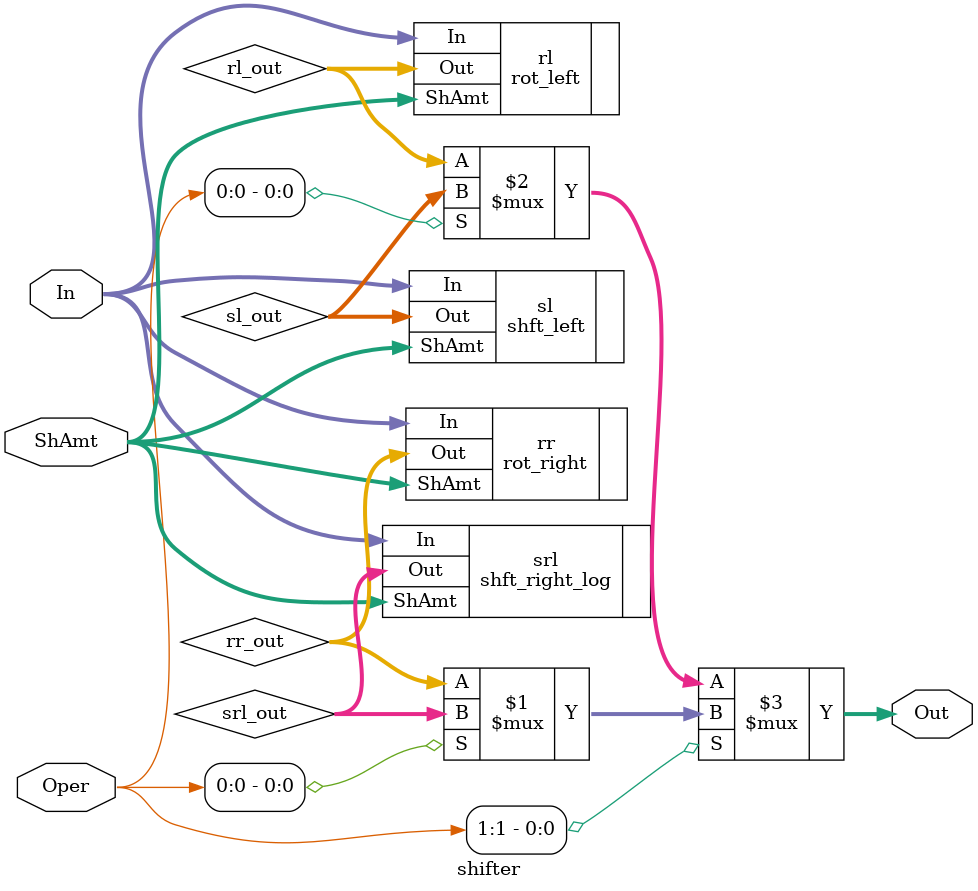
<source format=v>
/*
    CS/ECE 552 FALL '22
    Homework #2, Problem 2
    
    A barrel shifter module.  It is designed to shift a number via rotate
    left, shift left, shift right arithmetic, or shift right logical based
    on the 'Oper' value that is passed in.  It uses these
    shifts to shift the value any number of bits.
 */
module shifter (In, ShAmt, Oper, Out);

    // declare constant for size of inputs, outputs, and # bits to shift
    parameter OPERAND_WIDTH = 16;
    parameter SHAMT_WIDTH   =  4;
    parameter NUM_OPERATIONS = 2;

    input  [OPERAND_WIDTH -1:0] In   ; // Input operand
    input  [SHAMT_WIDTH   -1:0] ShAmt; // Amount to shift/rotate
    input  [NUM_OPERATIONS-1:0] Oper ; // Operation type
    output [OPERAND_WIDTH -1:0] Out  ; // Result of shift/rotate

   /* YOUR CODE HERE */

	wire [15:0] rl_out, sl_out, rr_out, srl_out;
	
	rot_left rl (.In(In), .ShAmt(ShAmt), .Out(rl_out));
	shft_left sl (.In(In), .ShAmt(ShAmt), .Out(sl_out));
	rot_right rr (.In(In), .ShAmt(ShAmt), .Out(rr_out));
	shft_right_log srl (.In(In), .ShAmt(ShAmt), .Out(srl_out));

	assign Out = Oper[1] ? (Oper[0] ? srl_out : rr_out) : (Oper[0] ? sl_out : rl_out);
   
endmodule

</source>
